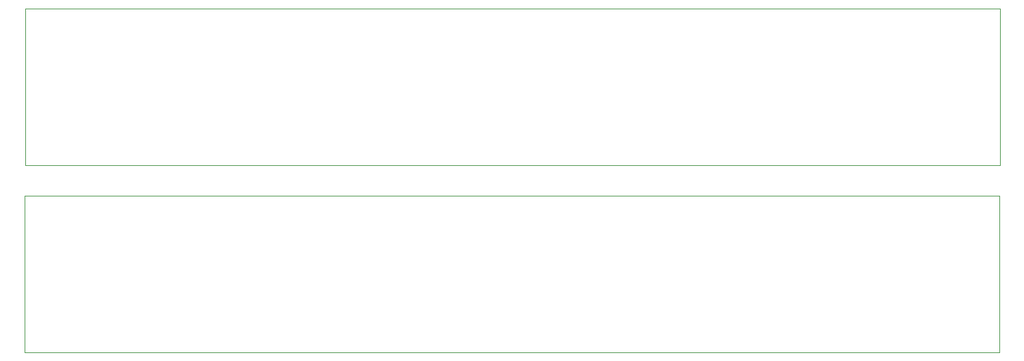
<source format=gbr>
%TF.GenerationSoftware,KiCad,Pcbnew,9.0.3*%
%TF.CreationDate,2025-09-30T08:48:07-07:00*%
%TF.ProjectId,backplate_wiring,6261636b-706c-4617-9465-5f776972696e,rev?*%
%TF.SameCoordinates,Original*%
%TF.FileFunction,Profile,NP*%
%FSLAX46Y46*%
G04 Gerber Fmt 4.6, Leading zero omitted, Abs format (unit mm)*
G04 Created by KiCad (PCBNEW 9.0.3) date 2025-09-30 08:48:07*
%MOMM*%
%LPD*%
G01*
G04 APERTURE LIST*
%TA.AperFunction,Profile*%
%ADD10C,0.050000*%
%TD*%
G04 APERTURE END LIST*
D10*
X212090000Y-136652000D02*
X88090000Y-136652000D01*
X88090000Y-116652000D02*
X212090000Y-116652000D01*
X212090000Y-116652000D02*
X212090000Y-136652000D01*
X88090000Y-136652000D02*
X88090000Y-116652000D01*
X212000000Y-160500000D02*
X88000000Y-160500000D01*
X88000000Y-140500000D02*
X212000000Y-140500000D01*
X88000000Y-160500000D02*
X88000000Y-140500000D01*
X212000000Y-140500000D02*
X212000000Y-160500000D01*
M02*

</source>
